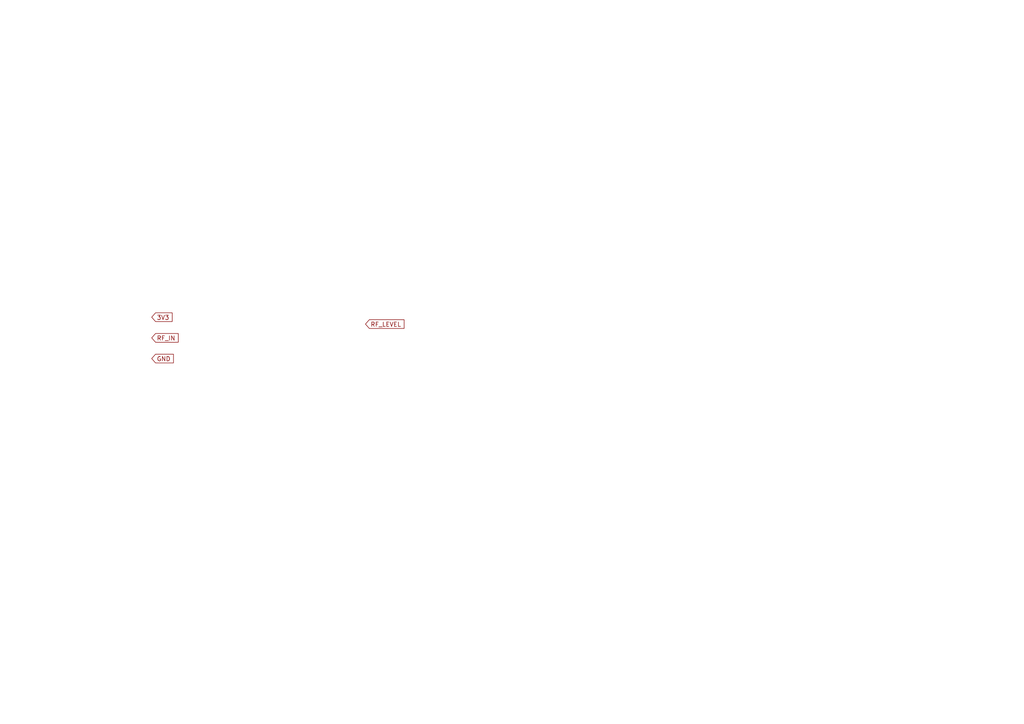
<source format=kicad_sch>
(kicad_sch
	(version 20250114)
	(generator "eeschema")
	(generator_version "9.0")
	(uuid "5eaa746b-826d-4a44-8744-96f7e13da1e0")
	(paper "A4")
	(lib_symbols)
	(global_label "RF_LEVEL"
		(shape input)
		(at 106 94 0)
		(fields_autoplaced yes)
		(effects
			(font
				(size 1.27 1.27)
			)
			(justify left)
		)
		(uuid "0f4b8c90-4a0e-4c9a-bc68-1d3d0b329b70")
		(property "Intersheetrefs" "${INTERSHEET_REFS}"
			(at 112.5 94 0)
			(effects
				(font
					(size 1.27 1.27)
				)
				(justify left)
				(hide yes)
			)
		)
	)
	(global_label "3V3"
		(shape input)
		(at 44 92 0)
		(fields_autoplaced yes)
		(effects
			(font
				(size 1.27 1.27)
			)
			(justify left)
		)
		(uuid "1f3f9ed5-2be0-4f7e-88e0-83ed67e0c3c9")
		(property "Intersheetrefs" "${INTERSHEET_REFS}"
			(at 50.5 92 0)
			(effects
				(font
					(size 1.27 1.27)
				)
				(justify left)
				(hide yes)
			)
		)
	)
	(global_label "GND"
		(shape input)
		(at 44 104 0)
		(fields_autoplaced yes)
		(effects
			(font
				(size 1.27 1.27)
			)
			(justify left)
		)
		(uuid "5b0b8e3b-13c6-4b4a-8a59-5c0e6f3ea3a1")
		(property "Intersheetrefs" "${INTERSHEET_REFS}"
			(at 50.5 104 0)
			(effects
				(font
					(size 1.27 1.27)
				)
				(justify left)
				(hide yes)
			)
		)
	)
	(global_label "RF_IN"
		(shape input)
		(at 44 98 0)
		(fields_autoplaced yes)
		(effects
			(font
				(size 1.27 1.27)
			)
			(justify left)
		)
		(uuid "9b1e8a7b-4f6c-4e4b-b55c-4a0c7f16df5d")
		(property "Intersheetrefs" "${INTERSHEET_REFS}"
			(at 50.5 98 0)
			(effects
				(font
					(size 1.27 1.27)
				)
				(justify left)
				(hide yes)
			)
		)
	)
	(symbol
		(lib_id "SpyDetector_RF:AD8318_Module")
		(at 100 100 0)
		(unit 1)
		(exclude_from_sim no)
		(in_bom yes)
		(on_board yes)
		(dnp no)
		(uuid "7f82c582-4a1e-4d46-9d96-5d224b0c36e5")
		(property "Reference" "U?"
			(at 100 88 0)
			(effects
				(font
					(size 1.27 1.27)
				)
				(justify left)
			)
		)
		(property "Value" "AD8318_Module"
			(at 100 112 0)
			(effects
				(font
					(size 1.27 1.27)
				)
				(justify left)
			)
		)
		(property "Footprint" ""
			(at 100 114 0)
			(effects
				(font
					(size 1.27 1.27)
				)
				(hide yes)
			)
		)
		(property "Datasheet" ""
			(at 100 116 0)
			(effects
				(font
					(size 1.27 1.27)
				)
				(hide yes)
			)
		)
		(property "Description" ""
			(at 100 100 0)
			(effects
				(font
					(size 1.27 1.27)
				)
			)
		)
		(pin "1"
			(uuid "0c6a5c5c-b4a5-4eb7-9fd8-5c1e6cbb0f9a")
		)
		(pin "2"
			(uuid "9f6f8d9e-1eae-4b19-84bf-8b77db0c8f4b")
		)
		(pin "3"
			(uuid "0a7b168b-3f39-4a3b-a8a2-e8f8d2431ab1")
		)
		(pin "4"
			(uuid "3c2b7c70-9fbc-4cc4-a4a4-7d71e44b6b80")
		)
		(instances
			(project "RF"
				(path "/5eaa746b-826d-4a44-8744-96f7e13da1e0"
					(reference "U?")
					(unit 1)
				)
			)
		)
	)
	(symbol
		(lib_id "Connector_Generic:Conn_01x04")
		(at 50 100 0)
		(unit 1)
		(exclude_from_sim no)
		(in_bom yes)
		(on_board yes)
		(dnp no)
		(uuid "8d2e9f0c-3f99-4a9d-8bb2-3c1b6f22a9fb")
		(property "Reference" "J?"
			(at 52 94 0)
			(effects
				(font
					(size 1.27 1.27)
				)
				(justify left)
			)
		)
		(property "Value" "RF_IN_HDR"
			(at 52 106 0)
			(effects
				(font
					(size 1.27 1.27)
				)
				(justify left)
			)
		)
		(property "Footprint" "Connector_PinHeader_2.54mm:PinHeader_1x04_P2.54mm_Vertical"
			(at 50 112 0)
			(effects
				(font
					(size 1.27 1.27)
				)
				(hide yes)
			)
		)
		(property "Datasheet" ""
			(at 50 114 0)
			(effects
				(font
					(size 1.27 1.27)
				)
				(hide yes)
			)
		)
		(property "Description" ""
			(at 50 100 0)
			(effects
				(font
					(size 1.27 1.27)
				)
			)
		)
		(pin "1"
			(uuid "6c47a05d-3d39-4b95-8a9d-c8d21f4c10c0")
		)
		(pin "2"
			(uuid "2cf03fcb-f2b9-4ea9-9b0a-3cdd5dd3fa0d")
		)
		(pin "3"
			(uuid "9a2f2ad3-9e93-4d4e-a840-7f7b8f8c4174")
		)
		(pin "4"
			(uuid "2fe0de31-1d9b-4f77-8af7-df4d3280ca41")
		)
		(instances
			(project "RF"
				(path "/5eaa746b-826d-4a44-8744-96f7e13da1e0"
					(reference "J?")
					(unit 1)
				)
			)
		)
	)
	(sheet_instances
		(path "/"
			(page "1")
		)
	)
	(embedded_fonts no)
)

</source>
